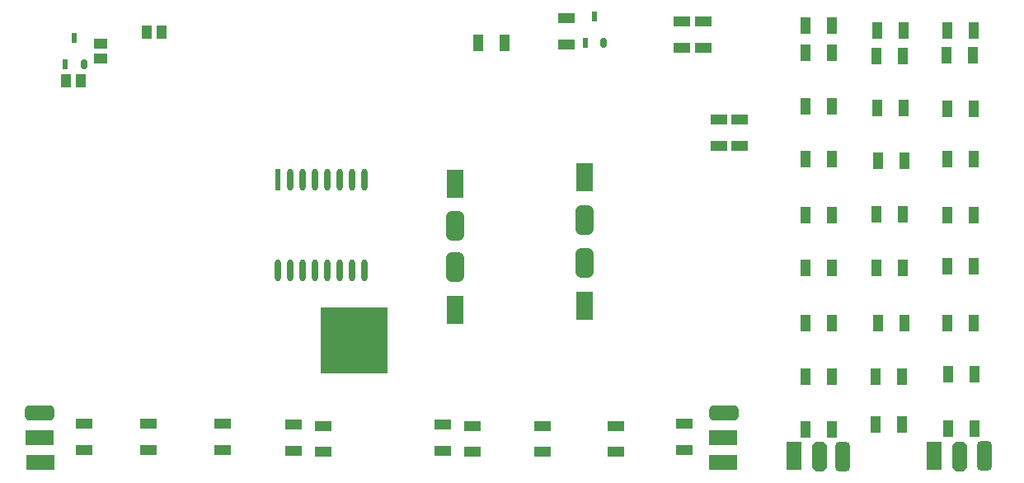
<source format=gbp>
G04 Layer_Color=128*
%FSLAX23Y23*%
%MOIN*%
G70*
G01*
G75*
%ADD10R,0.067X0.043*%
%ADD19O,0.024X0.087*%
%ADD20R,0.024X0.087*%
%ADD21R,0.043X0.067*%
%ADD22R,0.043X0.055*%
%ADD23R,0.055X0.043*%
%ADD48R,0.024X0.039*%
G04:AMPARAMS|DCode=49|XSize=24mil|YSize=39mil|CornerRadius=6mil|HoleSize=0mil|Usage=FLASHONLY|Rotation=180.000|XOffset=0mil|YOffset=0mil|HoleType=Round|Shape=RoundedRectangle|*
%AMROUNDEDRECTD49*
21,1,0.024,0.028,0,0,180.0*
21,1,0.012,0.039,0,0,180.0*
1,1,0.012,-0.006,0.014*
1,1,0.012,0.006,0.014*
1,1,0.012,0.006,-0.014*
1,1,0.012,-0.006,-0.014*
%
%ADD49ROUNDEDRECTD49*%
G04:AMPARAMS|DCode=50|XSize=118mil|YSize=71mil|CornerRadius=18mil|HoleSize=0mil|Usage=FLASHONLY|Rotation=90.000|XOffset=0mil|YOffset=0mil|HoleType=Round|Shape=RoundedRectangle|*
%AMROUNDEDRECTD50*
21,1,0.118,0.035,0,0,90.0*
21,1,0.083,0.071,0,0,90.0*
1,1,0.035,0.018,0.041*
1,1,0.035,0.018,-0.041*
1,1,0.035,-0.018,-0.041*
1,1,0.035,-0.018,0.041*
%
%ADD50ROUNDEDRECTD50*%
%ADD51R,0.071X0.118*%
G04:AMPARAMS|DCode=52|XSize=118mil|YSize=60mil|CornerRadius=15mil|HoleSize=0mil|Usage=FLASHONLY|Rotation=90.000|XOffset=0mil|YOffset=0mil|HoleType=Round|Shape=RoundedRectangle|*
%AMROUNDEDRECTD52*
21,1,0.118,0.030,0,0,90.0*
21,1,0.088,0.060,0,0,90.0*
1,1,0.030,0.015,0.044*
1,1,0.030,0.015,-0.044*
1,1,0.030,-0.015,-0.044*
1,1,0.030,-0.015,0.044*
%
%ADD52ROUNDEDRECTD52*%
G04:AMPARAMS|DCode=53|XSize=118mil|YSize=60mil|CornerRadius=0mil|HoleSize=0mil|Usage=FLASHONLY|Rotation=90.000|XOffset=0mil|YOffset=0mil|HoleType=Round|Shape=Octagon|*
%AMOCTAGOND53*
4,1,8,0.015,0.059,-0.015,0.059,-0.030,0.044,-0.030,-0.044,-0.015,-0.059,0.015,-0.059,0.030,-0.044,0.030,0.044,0.015,0.059,0.0*
%
%ADD53OCTAGOND53*%

%ADD54R,0.060X0.118*%
G04:AMPARAMS|DCode=55|XSize=118mil|YSize=60mil|CornerRadius=15mil|HoleSize=0mil|Usage=FLASHONLY|Rotation=0.000|XOffset=0mil|YOffset=0mil|HoleType=Round|Shape=RoundedRectangle|*
%AMROUNDEDRECTD55*
21,1,0.118,0.030,0,0,0.0*
21,1,0.088,0.060,0,0,0.0*
1,1,0.030,0.044,-0.015*
1,1,0.030,-0.044,-0.015*
1,1,0.030,-0.044,0.015*
1,1,0.030,0.044,0.015*
%
%ADD55ROUNDEDRECTD55*%
%ADD56R,0.118X0.060*%
G36*
X1469Y400D02*
X1201D01*
Y667D01*
X1469D01*
Y400D01*
D02*
G37*
D10*
X2811Y1425D02*
D03*
Y1319D02*
D03*
X2894D02*
D03*
Y1425D02*
D03*
X2661Y1823D02*
D03*
Y1717D02*
D03*
X2748D02*
D03*
Y1823D02*
D03*
X2193Y1835D02*
D03*
Y1728D02*
D03*
X1815Y187D02*
D03*
Y81D02*
D03*
X2098Y187D02*
D03*
Y81D02*
D03*
X2394Y187D02*
D03*
Y81D02*
D03*
X2669Y195D02*
D03*
Y89D02*
D03*
X803Y195D02*
D03*
Y89D02*
D03*
X504Y195D02*
D03*
Y89D02*
D03*
X1091Y191D02*
D03*
Y85D02*
D03*
X244Y195D02*
D03*
Y89D02*
D03*
X1693Y191D02*
D03*
Y85D02*
D03*
X1209Y187D02*
D03*
Y81D02*
D03*
D19*
X1376Y814D02*
D03*
X1326D02*
D03*
X1276D02*
D03*
X1226D02*
D03*
X1176D02*
D03*
X1126D02*
D03*
X1076D02*
D03*
X1026D02*
D03*
X1376Y1182D02*
D03*
X1326D02*
D03*
X1276D02*
D03*
X1226D02*
D03*
X1176D02*
D03*
X1126D02*
D03*
X1076D02*
D03*
D20*
X1026D02*
D03*
D21*
X1943Y1734D02*
D03*
X1837D02*
D03*
X3837Y1685D02*
D03*
X3730D02*
D03*
X3841Y1787D02*
D03*
X3734D02*
D03*
X3841Y1469D02*
D03*
X3734D02*
D03*
X3159Y1697D02*
D03*
X3266D02*
D03*
X3159Y1480D02*
D03*
X3266D02*
D03*
X3447Y1043D02*
D03*
X3553D02*
D03*
X3159Y1039D02*
D03*
X3266D02*
D03*
X3447Y827D02*
D03*
X3553D02*
D03*
X3734Y1039D02*
D03*
X3841D02*
D03*
X3451Y1472D02*
D03*
X3557D02*
D03*
X3455Y1260D02*
D03*
X3561D02*
D03*
X3159Y1264D02*
D03*
X3266D02*
D03*
X3159Y827D02*
D03*
X3266D02*
D03*
X3455Y602D02*
D03*
X3561D02*
D03*
X3443Y386D02*
D03*
X3549D02*
D03*
X3159Y602D02*
D03*
X3266D02*
D03*
X3159Y386D02*
D03*
X3266D02*
D03*
X3443Y193D02*
D03*
X3549D02*
D03*
X3159Y1807D02*
D03*
X3266D02*
D03*
X3734Y1264D02*
D03*
X3841D02*
D03*
X3734Y831D02*
D03*
X3841D02*
D03*
X3734Y602D02*
D03*
X3841D02*
D03*
X3738Y394D02*
D03*
X3844D02*
D03*
X3738Y177D02*
D03*
X3844D02*
D03*
X3451Y1787D02*
D03*
X3557D02*
D03*
X3447Y1681D02*
D03*
X3553D02*
D03*
X3159Y173D02*
D03*
X3266D02*
D03*
D22*
X557Y1778D02*
D03*
X498D02*
D03*
X171Y1581D02*
D03*
X230D02*
D03*
D23*
X311Y1732D02*
D03*
Y1673D02*
D03*
D48*
X205Y1756D02*
D03*
X167Y1650D02*
D03*
X2307Y1843D02*
D03*
X2270Y1736D02*
D03*
D49*
X242Y1650D02*
D03*
X2344Y1736D02*
D03*
D50*
X1744Y994D02*
D03*
X2268Y1018D02*
D03*
Y844D02*
D03*
X1744Y829D02*
D03*
D51*
Y1167D02*
D03*
X2268Y1191D02*
D03*
Y671D02*
D03*
X1744Y656D02*
D03*
D52*
X3885Y64D02*
D03*
X3311Y63D02*
D03*
D53*
X3783Y63D02*
D03*
X3216D02*
D03*
D54*
X3680Y64D02*
D03*
X3113D02*
D03*
D55*
X63Y240D02*
D03*
X2829D02*
D03*
D56*
X63Y138D02*
D03*
X67Y39D02*
D03*
X2827Y138D02*
D03*
Y39D02*
D03*
M02*

</source>
